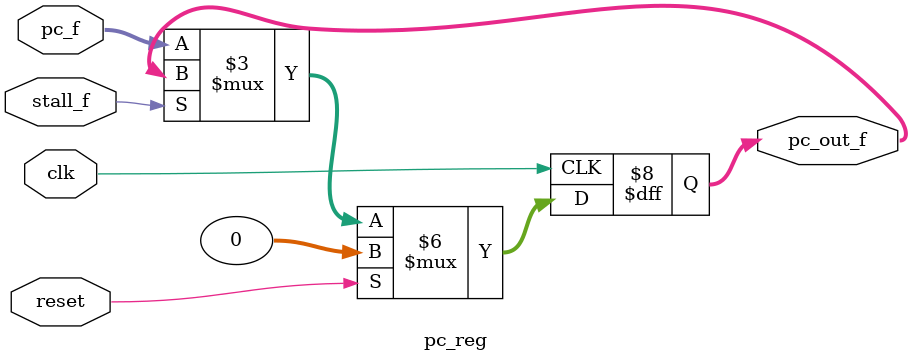
<source format=sv>
module pc_reg(clk, reset, pc_f, pc_out_f, stall_f);
    input logic clk, reset;
    input logic [31:0] pc_f;
    output logic [31:0] pc_out_f;

    input logic stall_f;

    always_ff @(posedge clk) begin
        if (reset) begin
            pc_out_f <= 32'b0;
        end
        else if (stall_f == 0) begin
            pc_out_f <= pc_f;
        end
    end
endmodule

</source>
